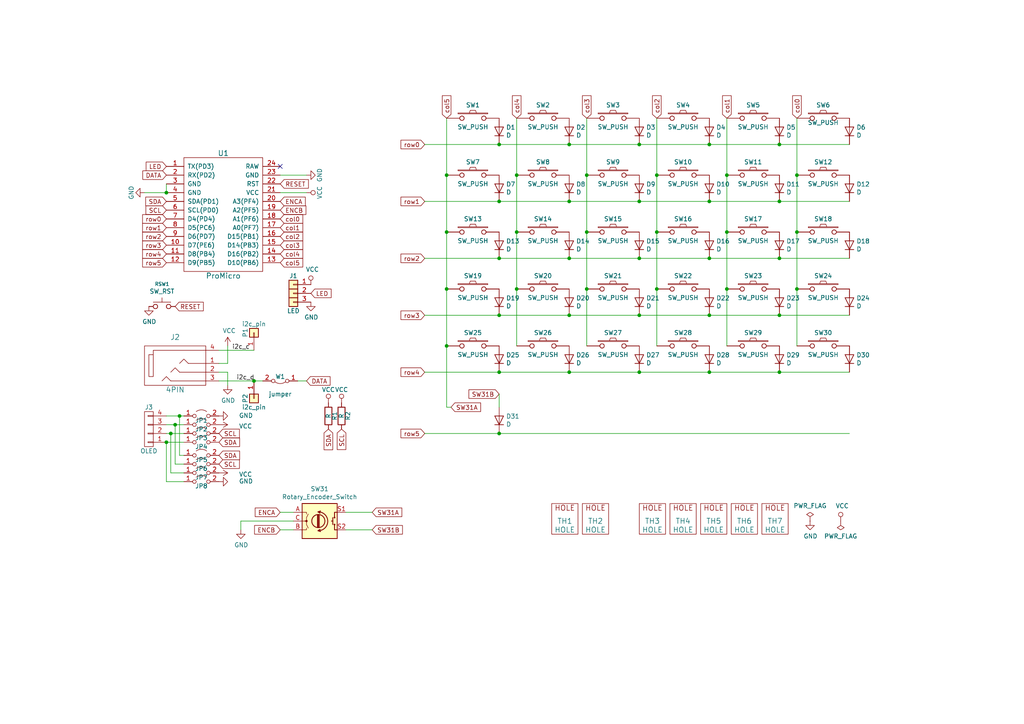
<source format=kicad_sch>
(kicad_sch (version 20210621) (generator eeschema)
  (paper "A4")
  (lib_symbols
    (symbol "Device:Rotary_Encoder_Switch" (pin_names (offset 0.254) hide)
      (property "Reference" "SW" (at 0 6.604 0))
      (property "Value" "Rotary_Encoder_Switch" (at 0 -6.604 0))
      (symbol "Rotary_Encoder_Switch_1_1"
        (pin passive line (at -7.62 2.54 0) (length 2.54) (name "A") (number "A"))
        (pin passive line (at -7.62 -2.54 0) (length 2.54) (name "B") (number "B"))
        (pin passive line (at -7.62 0 0) (length 2.54) (name "C") (number "C"))
        (pin passive line (at 7.62 2.54 180) (length 2.54) (name "S1") (number "S1"))
        (pin passive line (at 7.62 -2.54 180) (length 2.54) (name "S2") (number "S2"))
      )
    )
    (symbol "Jumper:Jumper_2_Bridged" (pin_names (offset 0) hide)
      (property "Reference" "JP" (at 0 1.905 0))
      (property "Value" "Jumper_2_Bridged" (at 0 -2.54 0))
      (symbol "Jumper_2_Bridged_1_1"
        (pin passive line (at -5.08 0 0) (length 2.54) (name "A") (number "1"))
        (pin passive line (at 5.08 0 180) (length 2.54) (name "B") (number "2"))
      )
    )
    (symbol "Jumper:Jumper_2_Open" (pin_names (offset 0) hide)
      (property "Reference" "JP" (at 0 2.794 0))
      (property "Value" "Jumper_2_Open" (at 0 -2.286 0))
      (symbol "Jumper_2_Open_1_1"
        (pin passive line (at -5.08 0 0) (length 2.54) (name "A") (number "1"))
        (pin passive line (at 5.08 0 180) (length 2.54) (name "B") (number "2"))
      )
    )
    (symbol "SofleKeyboard-rescue:D-Lily58-cache-Lily58_Pro-rescue" (pin_numbers hide) (pin_names (offset 1.016) hide)
      (property "Reference" "D" (at 0 2.54 0))
      (property "Value" "D-Lily58-cache-Lily58_Pro-rescue" (at 0 -2.54 0))
      (symbol "D-Lily58-cache-Lily58_Pro-rescue_1_1"
        (pin passive line (at -3.81 0 0) (length 2.54) (name "K") (number "1"))
        (pin passive line (at 3.81 0 180) (length 2.54) (name "A") (number "2"))
      )
    )
    (symbol "SofleKeyboard-rescue:GND-Lily58-cache-Lily58_Pro-rescue" (power) (pin_names (offset 0))
      (property "Value" "GND-Lily58-cache-Lily58_Pro-rescue" (at 0 -3.81 0))
      (symbol "GND-Lily58-cache-Lily58_Pro-rescue_1_1"
        (pin power_in line (at 0 0 0) (length 0) hide (name "GND") (number "1"))
      )
    )
    (symbol "SofleKeyboard-rescue:HOLE-Lily58-cache-Lily58_Pro-rescue" (pin_names (offset 1.016))
      (property "Reference" "U" (at 0 0 0))
      (property "Value" "HOLE-Lily58-cache-Lily58_Pro-rescue" (at 0 -5.08 0))
      (symbol "HOLE-Lily58-cache-Lily58_Pro-rescue_0_0"
        (text "HOLE" (at 0 3.81 0) (effects (font (size 1.524 1.524))))
      )
    )
    (symbol "SofleKeyboard-rescue:LED-Lily58-cache-Lily58_Pro-rescue" (pin_names (offset 1.016) hide)
      (property "Reference" "J" (at 0 5.08 0))
      (property "Value" "LED-Lily58-cache-Lily58_Pro-rescue" (at 0 -5.08 0))
      (symbol "LED-Lily58-cache-Lily58_Pro-rescue_1_1"
        (pin passive line (at 5.08 2.54 180) (length 3.81) (name "Pin_1") (number "1"))
        (pin passive line (at 5.08 0 180) (length 3.81) (name "Pin_2") (number "2"))
        (pin passive line (at 5.08 -2.54 180) (length 3.81) (name "Pin_3") (number "3"))
      )
    )
    (symbol "SofleKeyboard-rescue:MJ-4PP-9-Lily58-cache-Lily58_Pro-rescue" (pin_names (offset 1.016))
      (property "Reference" "J" (at -8.89 -7.62 0))
      (property "Value" "MJ-4PP-9-Lily58-cache-Lily58_Pro-rescue" (at -3.81 6.35 0))
      (symbol "MJ-4PP-9-Lily58-cache-Lily58_Pro-rescue_1_1"
        (pin passive line (at 11.43 0 180) (length 3.81) (name "~") (number "1"))
        (pin passive line (at 11.43 -2.54 180) (length 3.81) (name "~") (number "2"))
        (pin passive line (at 11.43 -5.08 180) (length 3.81) (name "~") (number "3"))
        (pin passive line (at 11.43 3.81 180) (length 3.81) (name "~") (number "4"))
      )
    )
    (symbol "SofleKeyboard-rescue:OLED-Lily58-cache-Lily58_Pro-rescue" (pin_names (offset 1.016) hide)
      (property "Reference" "J" (at 0 6.35 0))
      (property "Value" "OLED-Lily58-cache-Lily58_Pro-rescue" (at 2.54 0 90))
      (symbol "OLED-Lily58-cache-Lily58_Pro-rescue_1_1"
        (pin passive line (at -5.08 3.81 0) (length 3.81) (name "P1") (number "1"))
        (pin passive line (at -5.08 1.27 0) (length 3.81) (name "P2") (number "2"))
        (pin passive line (at -5.08 -1.27 0) (length 3.81) (name "P3") (number "3"))
        (pin passive line (at -5.08 -3.81 0) (length 3.81) (name "P4") (number "4"))
      )
    )
    (symbol "SofleKeyboard-rescue:PWR_FLAG-Lily58-cache-Lily58_Pro-rescue" (power) (pin_numbers hide) (pin_names (offset 0) hide)
      (property "Value" "PWR_FLAG-Lily58-cache-Lily58_Pro-rescue" (at 0 3.81 0))
      (symbol "PWR_FLAG-Lily58-cache-Lily58_Pro-rescue_0_0"
        (pin power_out line (at 0 0 90) (length 0) (name "pwr") (number "1"))
      )
    )
    (symbol "SofleKeyboard-rescue:ProMicro_2-Lily58-cache-Lily58_Pro-rescue" (pin_names (offset 1.016))
      (property "Reference" "U" (at 0 17.78 0))
      (property "Value" "ProMicro_2-Lily58-cache-Lily58_Pro-rescue" (at 0 -17.78 0))
      (symbol "ProMicro_2-Lily58-cache-Lily58_Pro-rescue_1_1"
        (pin input line (at -16.51 13.97 0) (length 5.08) (name "TX(PD3)") (number "1"))
        (pin input line (at -16.51 -8.89 0) (length 5.08) (name "D7(PE6)") (number "10"))
        (pin input line (at -16.51 -11.43 0) (length 5.08) (name "D8(PB4)") (number "11"))
        (pin input line (at -16.51 -13.97 0) (length 5.08) (name "D9(PB5)") (number "12"))
        (pin input line (at 16.51 -13.97 180) (length 5.08) (name "D10(PB6)") (number "13"))
        (pin input line (at 16.51 -11.43 180) (length 5.08) (name "D16(PB2)") (number "14"))
        (pin input line (at 16.51 -8.89 180) (length 5.08) (name "D14(PB3)") (number "15"))
        (pin input line (at 16.51 -6.35 180) (length 5.08) (name "D15(PB1)") (number "16"))
        (pin input line (at 16.51 -3.81 180) (length 5.08) (name "A0(PF7)") (number "17"))
        (pin input line (at 16.51 -1.27 180) (length 5.08) (name "A1(PF6)") (number "18"))
        (pin input line (at 16.51 1.27 180) (length 5.08) (name "A2(PF5)") (number "19"))
        (pin input line (at -16.51 11.43 0) (length 5.08) (name "RX(PD2)") (number "2"))
        (pin input line (at 16.51 3.81 180) (length 5.08) (name "A3(PF4)") (number "20"))
        (pin input line (at 16.51 6.35 180) (length 5.08) (name "VCC") (number "21"))
        (pin input line (at 16.51 8.89 180) (length 5.08) (name "RST") (number "22"))
        (pin input line (at 16.51 11.43 180) (length 5.08) (name "GND") (number "23"))
        (pin input line (at 16.51 13.97 180) (length 5.08) (name "RAW") (number "24"))
        (pin input line (at -16.51 8.89 0) (length 5.08) (name "GND") (number "3"))
        (pin input line (at -16.51 6.35 0) (length 5.08) (name "GND") (number "4"))
        (pin input line (at -16.51 3.81 0) (length 5.08) (name "SDA(PD1)") (number "5"))
        (pin input line (at -16.51 1.27 0) (length 5.08) (name "SCL(PD0)") (number "6"))
        (pin input line (at -16.51 -1.27 0) (length 5.08) (name "D4(PD4)") (number "7"))
        (pin input line (at -16.51 -3.81 0) (length 5.08) (name "D5(PC6)") (number "8"))
        (pin input line (at -16.51 -6.35 0) (length 5.08) (name "D6(PD7)") (number "9"))
      )
    )
    (symbol "SofleKeyboard-rescue:R-Lily58-cache-Lily58_Pro-rescue" (pin_numbers hide) (pin_names (offset 0))
      (property "Reference" "R" (at 0 0 90))
      (property "Value" "R-Lily58-cache-Lily58_Pro-rescue" (at -2.54 0 90))
      (symbol "R-Lily58-cache-Lily58_Pro-rescue_1_1"
        (pin passive line (at 0 3.81 270) (length 1.27) (name "~") (number "1"))
        (pin passive line (at 0 -3.81 90) (length 1.27) (name "~") (number "2"))
      )
    )
    (symbol "SofleKeyboard-rescue:SW_PUSH-Lily58-cache-Lily58_Pro-rescue" (pin_numbers hide) (pin_names (offset 1.016) hide)
      (property "Reference" "SW" (at 3.81 2.794 0))
      (property "Value" "SW_PUSH-Lily58-cache-Lily58_Pro-rescue" (at 0 -2.032 0))
      (symbol "SW_PUSH-Lily58-cache-Lily58_Pro-rescue_0_1"
        (pin passive inverted (at -7.62 0 0) (length 5.08) (name "1") (number "1"))
        (pin passive inverted (at 7.62 0 180) (length 5.08) (name "2") (number "2"))
      )
    )
    (symbol "SofleKeyboard-rescue:SW_RST-Lily58-cache-Lily58_Pro-rescue" (pin_numbers hide) (pin_names (offset 1.016) hide)
      (property "Reference" "RSW" (at 2.54 2.54 0))
      (property "Value" "SW_RST-Lily58-cache-Lily58_Pro-rescue" (at 0 -2.54 0))
      (symbol "SW_RST-Lily58-cache-Lily58_Pro-rescue_0_1"
        (pin passive inverted (at -3.81 0 0) (length 2.54) (name "1") (number "1"))
        (pin passive inverted (at 3.81 0 180) (length 2.54) (name "2") (number "2"))
      )
    )
    (symbol "SofleKeyboard-rescue:VCC-Lily58-cache-Lily58_Pro-rescue" (power) (pin_names (offset 0))
      (property "Value" "VCC-Lily58-cache-Lily58_Pro-rescue" (at 0 3.81 0))
      (symbol "VCC-Lily58-cache-Lily58_Pro-rescue_1_1"
        (pin power_in line (at 0 0 90) (length 0) hide (name "VCC") (number "1"))
      )
    )
    (symbol "SofleKeyboard-rescue:i2c_pin-Lily58-cache-Lily58_Pro-rescue" (pin_names (offset 1.016) hide)
      (property "Reference" "J" (at 0 2.54 0))
      (property "Value" "i2c_pin-Lily58-cache-Lily58_Pro-rescue" (at 0 -2.54 0))
      (symbol "i2c_pin-Lily58-cache-Lily58_Pro-rescue_1_1"
        (pin passive line (at -5.08 0 0) (length 3.81) (name "Pin_1") (number "1"))
      )
    )
    (symbol "power:GND" (power) (pin_names (offset 0))
      (property "Value" "GND" (at 0 -3.81 0))
      (symbol "GND_1_1"
        (pin power_in line (at 0 0 270) (length 0) hide (name "GND") (number "1"))
      )
    )
    (symbol "power:VCC" (power) (pin_names (offset 0))
      (property "Value" "VCC" (at 0 3.81 0))
      (symbol "VCC_1_1"
        (pin power_in line (at 0 0 90) (length 0) hide (name "VCC") (number "1"))
      )
    )
  )
  (junction (at 48.26 55.88) (diameter 0.9144))
  (junction (at 48.26 128.27) (diameter 0.9144))
  (junction (at 49.53 125.73) (diameter 0.9144))
  (junction (at 50.8 123.19) (diameter 0.9144))
  (junction (at 52.07 120.65) (diameter 0.9144))
  (junction (at 73.66 110.49) (diameter 0.9144))
  (junction (at 129.54 50.8) (diameter 0.9144))
  (junction (at 129.54 67.31) (diameter 0.9144))
  (junction (at 129.54 83.82) (diameter 0.9144))
  (junction (at 129.54 100.33) (diameter 0.9144))
  (junction (at 144.78 41.91) (diameter 0.9144))
  (junction (at 144.78 58.42) (diameter 0.9144))
  (junction (at 144.78 74.93) (diameter 0.9144))
  (junction (at 144.78 91.44) (diameter 0.9144))
  (junction (at 144.78 107.95) (diameter 0.9144))
  (junction (at 144.78 125.73) (diameter 0.9144))
  (junction (at 149.86 50.8) (diameter 0.9144))
  (junction (at 149.86 67.31) (diameter 0.9144))
  (junction (at 149.86 83.82) (diameter 0.9144))
  (junction (at 165.1 41.91) (diameter 0.9144))
  (junction (at 165.1 58.42) (diameter 0.9144))
  (junction (at 165.1 74.93) (diameter 0.9144))
  (junction (at 165.1 91.44) (diameter 0.9144))
  (junction (at 165.1 107.95) (diameter 0.9144))
  (junction (at 170.18 50.8) (diameter 0.9144))
  (junction (at 170.18 67.31) (diameter 0.9144))
  (junction (at 170.18 83.82) (diameter 0.9144))
  (junction (at 185.42 41.91) (diameter 0.9144))
  (junction (at 185.42 58.42) (diameter 0.9144))
  (junction (at 185.42 74.93) (diameter 0.9144))
  (junction (at 185.42 91.44) (diameter 0.9144))
  (junction (at 185.42 107.95) (diameter 0.9144))
  (junction (at 190.5 50.8) (diameter 0.9144))
  (junction (at 190.5 67.31) (diameter 0.9144))
  (junction (at 190.5 83.82) (diameter 0.9144))
  (junction (at 205.74 41.91) (diameter 0.9144))
  (junction (at 205.74 58.42) (diameter 0.9144))
  (junction (at 205.74 74.93) (diameter 0.9144))
  (junction (at 205.74 91.44) (diameter 0.9144))
  (junction (at 205.74 107.95) (diameter 0.9144))
  (junction (at 210.82 50.8) (diameter 0.9144))
  (junction (at 210.82 67.31) (diameter 0.9144))
  (junction (at 210.82 83.82) (diameter 0.9144))
  (junction (at 226.06 41.91) (diameter 0.9144))
  (junction (at 226.06 58.42) (diameter 0.9144))
  (junction (at 226.06 74.93) (diameter 0.9144))
  (junction (at 226.06 91.44) (diameter 0.9144))
  (junction (at 226.06 107.95) (diameter 0.9144))
  (junction (at 231.14 50.8) (diameter 0.9144))
  (junction (at 231.14 67.31) (diameter 0.9144))
  (junction (at 231.14 83.82) (diameter 0.9144))
  (no_connect (at 81.28 48.26))
  (wire (pts (xy 48.26 53.34) (xy 48.26 55.88)))
  (wire (pts (xy 48.26 55.88) (xy 41.91 55.88)))
  (wire (pts (xy 48.26 120.65) (xy 52.07 120.65)))
  (wire (pts (xy 48.26 123.19) (xy 50.8 123.19)))
  (wire (pts (xy 48.26 125.73) (xy 49.53 125.73)))
  (wire (pts (xy 48.26 128.27) (xy 48.26 139.7)))
  (wire (pts (xy 48.26 139.7) (xy 53.34 139.7)))
  (wire (pts (xy 49.53 125.73) (xy 49.53 137.16)))
  (wire (pts (xy 49.53 125.73) (xy 53.34 125.73)))
  (wire (pts (xy 49.53 137.16) (xy 53.34 137.16)))
  (wire (pts (xy 50.8 123.19) (xy 50.8 134.62)))
  (wire (pts (xy 50.8 123.19) (xy 53.34 123.19)))
  (wire (pts (xy 50.8 134.62) (xy 53.34 134.62)))
  (wire (pts (xy 52.07 120.65) (xy 52.07 132.08)))
  (wire (pts (xy 52.07 120.65) (xy 53.34 120.65)))
  (wire (pts (xy 52.07 132.08) (xy 53.34 132.08)))
  (wire (pts (xy 53.34 128.27) (xy 48.26 128.27)))
  (wire (pts (xy 63.5 101.6) (xy 73.66 101.6)))
  (wire (pts (xy 63.5 107.95) (xy 66.04 107.95)))
  (wire (pts (xy 63.5 110.49) (xy 73.66 110.49)))
  (wire (pts (xy 66.04 100.33) (xy 66.04 105.41)))
  (wire (pts (xy 66.04 105.41) (xy 63.5 105.41)))
  (wire (pts (xy 66.04 107.95) (xy 66.04 111.76)))
  (wire (pts (xy 69.85 151.13) (xy 69.85 153.67)))
  (wire (pts (xy 73.66 110.49) (xy 76.2 110.49)))
  (wire (pts (xy 81.28 50.8) (xy 88.9 50.8)))
  (wire (pts (xy 81.28 55.88) (xy 88.9 55.88)))
  (wire (pts (xy 81.28 148.59) (xy 85.09 148.59)))
  (wire (pts (xy 81.28 153.67) (xy 85.09 153.67)))
  (wire (pts (xy 85.09 151.13) (xy 69.85 151.13)))
  (wire (pts (xy 86.36 110.49) (xy 88.9 110.49)))
  (wire (pts (xy 100.33 148.59) (xy 107.95 148.59)))
  (wire (pts (xy 100.33 153.67) (xy 107.95 153.67)))
  (wire (pts (xy 123.19 107.95) (xy 144.78 107.95)))
  (wire (pts (xy 123.19 125.73) (xy 144.78 125.73)))
  (wire (pts (xy 129.54 34.29) (xy 129.54 50.8)))
  (wire (pts (xy 129.54 50.8) (xy 129.54 67.31)))
  (wire (pts (xy 129.54 67.31) (xy 129.54 83.82)))
  (wire (pts (xy 129.54 83.82) (xy 129.54 100.33)))
  (wire (pts (xy 129.54 100.33) (xy 129.54 118.11)))
  (wire (pts (xy 129.54 118.11) (xy 130.81 118.11)))
  (wire (pts (xy 144.78 41.91) (xy 123.19 41.91)))
  (wire (pts (xy 144.78 58.42) (xy 123.19 58.42)))
  (wire (pts (xy 144.78 74.93) (xy 123.19 74.93)))
  (wire (pts (xy 144.78 91.44) (xy 123.19 91.44)))
  (wire (pts (xy 144.78 107.95) (xy 165.1 107.95)))
  (wire (pts (xy 144.78 114.3) (xy 144.78 118.11)))
  (wire (pts (xy 144.78 125.73) (xy 246.38 125.73)))
  (wire (pts (xy 149.86 34.29) (xy 149.86 50.8)))
  (wire (pts (xy 149.86 50.8) (xy 149.86 67.31)))
  (wire (pts (xy 149.86 67.31) (xy 149.86 83.82)))
  (wire (pts (xy 149.86 83.82) (xy 149.86 100.33)))
  (wire (pts (xy 165.1 41.91) (xy 144.78 41.91)))
  (wire (pts (xy 165.1 41.91) (xy 185.42 41.91)))
  (wire (pts (xy 165.1 58.42) (xy 144.78 58.42)))
  (wire (pts (xy 165.1 58.42) (xy 185.42 58.42)))
  (wire (pts (xy 165.1 74.93) (xy 144.78 74.93)))
  (wire (pts (xy 165.1 74.93) (xy 185.42 74.93)))
  (wire (pts (xy 165.1 91.44) (xy 144.78 91.44)))
  (wire (pts (xy 165.1 91.44) (xy 185.42 91.44)))
  (wire (pts (xy 165.1 107.95) (xy 185.42 107.95)))
  (wire (pts (xy 170.18 34.29) (xy 170.18 50.8)))
  (wire (pts (xy 170.18 50.8) (xy 170.18 67.31)))
  (wire (pts (xy 170.18 67.31) (xy 170.18 83.82)))
  (wire (pts (xy 170.18 83.82) (xy 170.18 100.33)))
  (wire (pts (xy 185.42 41.91) (xy 205.74 41.91)))
  (wire (pts (xy 185.42 58.42) (xy 205.74 58.42)))
  (wire (pts (xy 185.42 74.93) (xy 205.74 74.93)))
  (wire (pts (xy 185.42 91.44) (xy 205.74 91.44)))
  (wire (pts (xy 185.42 107.95) (xy 205.74 107.95)))
  (wire (pts (xy 190.5 34.29) (xy 190.5 50.8)))
  (wire (pts (xy 190.5 50.8) (xy 190.5 67.31)))
  (wire (pts (xy 190.5 67.31) (xy 190.5 83.82)))
  (wire (pts (xy 190.5 83.82) (xy 190.5 100.33)))
  (wire (pts (xy 205.74 58.42) (xy 226.06 58.42)))
  (wire (pts (xy 205.74 74.93) (xy 226.06 74.93)))
  (wire (pts (xy 205.74 91.44) (xy 226.06 91.44)))
  (wire (pts (xy 205.74 107.95) (xy 226.06 107.95)))
  (wire (pts (xy 210.82 34.29) (xy 210.82 50.8)))
  (wire (pts (xy 210.82 50.8) (xy 210.82 67.31)))
  (wire (pts (xy 210.82 83.82) (xy 210.82 67.31)))
  (wire (pts (xy 210.82 83.82) (xy 210.82 100.33)))
  (wire (pts (xy 226.06 41.91) (xy 205.74 41.91)))
  (wire (pts (xy 226.06 41.91) (xy 246.38 41.91)))
  (wire (pts (xy 226.06 58.42) (xy 246.38 58.42)))
  (wire (pts (xy 226.06 74.93) (xy 246.38 74.93)))
  (wire (pts (xy 226.06 91.44) (xy 246.38 91.44)))
  (wire (pts (xy 226.06 107.95) (xy 246.38 107.95)))
  (wire (pts (xy 231.14 50.8) (xy 231.14 34.29)))
  (wire (pts (xy 231.14 67.31) (xy 231.14 50.8)))
  (wire (pts (xy 231.14 67.31) (xy 231.14 83.82)))
  (wire (pts (xy 231.14 83.82) (xy 231.14 100.33)))
  (label "i2c_c" (at 67.31 101.6 0))
  (label "i2c_d" (at 68.58 110.49 0))
  (global_label "LED" (shape input) (at 48.26 48.26 180) (property "Intersheet References" "${INTERSHEET_REFS}" (effects hide)))
  (global_label "DATA" (shape input) (at 48.26 50.8 180) (property "Intersheet References" "${INTERSHEET_REFS}" (effects hide)))
  (global_label "SDA" (shape input) (at 48.26 58.42 180) (property "Intersheet References" "${INTERSHEET_REFS}" (effects hide)))
  (global_label "SCL" (shape input) (at 48.26 60.96 180) (property "Intersheet References" "${INTERSHEET_REFS}" (effects hide)))
  (global_label "row0" (shape input) (at 48.26 63.5 180) (property "Intersheet References" "${INTERSHEET_REFS}" (effects hide)))
  (global_label "row1" (shape input) (at 48.26 66.04 180) (property "Intersheet References" "${INTERSHEET_REFS}" (effects hide)))
  (global_label "row2" (shape input) (at 48.26 68.58 180) (property "Intersheet References" "${INTERSHEET_REFS}" (effects hide)))
  (global_label "row3" (shape input) (at 48.26 71.12 180) (property "Intersheet References" "${INTERSHEET_REFS}" (effects hide)))
  (global_label "row4" (shape input) (at 48.26 73.66 180) (property "Intersheet References" "${INTERSHEET_REFS}" (effects hide)))
  (global_label "row5" (shape input) (at 48.26 76.2 180) (property "Intersheet References" "${INTERSHEET_REFS}" (effects hide)))
  (global_label "RESET" (shape input) (at 50.8 88.9 0) (property "Intersheet References" "${INTERSHEET_REFS}" (effects hide)))
  (global_label "SCL" (shape input) (at 63.5 125.73 0) (property "Intersheet References" "${INTERSHEET_REFS}" (effects hide)))
  (global_label "SDA" (shape input) (at 63.5 128.27 0) (property "Intersheet References" "${INTERSHEET_REFS}" (effects hide)))
  (global_label "SDA" (shape input) (at 63.5 132.08 0) (property "Intersheet References" "${INTERSHEET_REFS}" (effects hide)))
  (global_label "SCL" (shape input) (at 63.5 134.62 0) (property "Intersheet References" "${INTERSHEET_REFS}" (effects hide)))
  (global_label "RESET" (shape input) (at 81.28 53.34 0) (property "Intersheet References" "${INTERSHEET_REFS}" (effects hide)))
  (global_label "ENCA" (shape input) (at 81.28 58.42 0) (property "Intersheet References" "${INTERSHEET_REFS}" (effects hide)))
  (global_label "ENCB" (shape input) (at 81.28 60.96 0) (property "Intersheet References" "${INTERSHEET_REFS}" (effects hide)))
  (global_label "col0" (shape input) (at 81.28 63.5 0) (property "Intersheet References" "${INTERSHEET_REFS}" (effects hide)))
  (global_label "col1" (shape input) (at 81.28 66.04 0) (property "Intersheet References" "${INTERSHEET_REFS}" (effects hide)))
  (global_label "col2" (shape input) (at 81.28 68.58 0) (property "Intersheet References" "${INTERSHEET_REFS}" (effects hide)))
  (global_label "col3" (shape input) (at 81.28 71.12 0) (property "Intersheet References" "${INTERSHEET_REFS}" (effects hide)))
  (global_label "col4" (shape input) (at 81.28 73.66 0) (property "Intersheet References" "${INTERSHEET_REFS}" (effects hide)))
  (global_label "col5" (shape input) (at 81.28 76.2 0) (property "Intersheet References" "${INTERSHEET_REFS}" (effects hide)))
  (global_label "ENCA" (shape input) (at 81.28 148.59 180) (property "Intersheet References" "${INTERSHEET_REFS}" (effects hide)))
  (global_label "ENCB" (shape input) (at 81.28 153.67 180) (property "Intersheet References" "${INTERSHEET_REFS}" (effects hide)))
  (global_label "DATA" (shape input) (at 88.9 110.49 0) (property "Intersheet References" "${INTERSHEET_REFS}" (effects hide)))
  (global_label "LED" (shape input) (at 90.17 85.09 0) (property "Intersheet References" "${INTERSHEET_REFS}" (effects hide)))
  (global_label "SDA" (shape input) (at 95.25 124.46 270) (property "Intersheet References" "${INTERSHEET_REFS}" (effects hide)))
  (global_label "SCL" (shape input) (at 99.06 124.46 270) (property "Intersheet References" "${INTERSHEET_REFS}" (effects hide)))
  (global_label "SW31A" (shape input) (at 107.95 148.59 0) (property "Intersheet References" "${INTERSHEET_REFS}" (effects hide)))
  (global_label "SW31B" (shape input) (at 107.95 153.67 0) (property "Intersheet References" "${INTERSHEET_REFS}" (effects hide)))
  (global_label "row0" (shape input) (at 123.19 41.91 180) (property "Intersheet References" "${INTERSHEET_REFS}" (effects hide)))
  (global_label "row1" (shape input) (at 123.19 58.42 180) (property "Intersheet References" "${INTERSHEET_REFS}" (effects hide)))
  (global_label "row2" (shape input) (at 123.19 74.93 180) (property "Intersheet References" "${INTERSHEET_REFS}" (effects hide)))
  (global_label "row3" (shape input) (at 123.19 91.44 180) (property "Intersheet References" "${INTERSHEET_REFS}" (effects hide)))
  (global_label "row4" (shape input) (at 123.19 107.95 180) (property "Intersheet References" "${INTERSHEET_REFS}" (effects hide)))
  (global_label "row5" (shape input) (at 123.19 125.73 180) (property "Intersheet References" "${INTERSHEET_REFS}" (effects hide)))
  (global_label "col5" (shape input) (at 129.54 34.29 90) (property "Intersheet References" "${INTERSHEET_REFS}" (effects hide)))
  (global_label "SW31A" (shape input) (at 130.81 118.11 0) (property "Intersheet References" "${INTERSHEET_REFS}" (effects hide)))
  (global_label "SW31B" (shape input) (at 144.78 114.3 180) (property "Intersheet References" "${INTERSHEET_REFS}" (effects hide)))
  (global_label "col4" (shape input) (at 149.86 34.29 90) (property "Intersheet References" "${INTERSHEET_REFS}" (effects hide)))
  (global_label "col3" (shape input) (at 170.18 34.29 90) (property "Intersheet References" "${INTERSHEET_REFS}" (effects hide)))
  (global_label "col2" (shape input) (at 190.5 34.29 90) (property "Intersheet References" "${INTERSHEET_REFS}" (effects hide)))
  (global_label "col1" (shape input) (at 210.82 34.29 90) (property "Intersheet References" "${INTERSHEET_REFS}" (effects hide)))
  (global_label "col0" (shape input) (at 231.14 34.29 90) (property "Intersheet References" "${INTERSHEET_REFS}" (effects hide)))
  (symbol (lib_id "SofleKeyboard-rescue:VCC-Lily58-cache-Lily58_Pro-rescue") (at 88.9 55.88 270) (unit 1)
    (property "Reference" "#PWR03" (effects hide))
    (property "Value" "VCC" (at 92.71 55.88 0))
  )
  (symbol (lib_id "SofleKeyboard-rescue:VCC-Lily58-cache-Lily58_Pro-rescue") (at 90.17 82.55 0) (unit 1)
    (property "Reference" "#PWR04" (effects hide))
    (property "Value" "VCC" (at 90.6018 78.1558 0))
  )
  (symbol (lib_id "SofleKeyboard-rescue:VCC-Lily58-cache-Lily58_Pro-rescue") (at 95.25 116.84 0) (unit 1)
    (property "Reference" "#PWR09" (effects hide))
    (property "Value" "VCC" (at 95.25 113.03 0))
  )
  (symbol (lib_id "SofleKeyboard-rescue:VCC-Lily58-cache-Lily58_Pro-rescue") (at 99.06 116.84 0) (unit 1)
    (property "Reference" "#PWR010" (effects hide))
    (property "Value" "VCC" (at 99.06 113.03 0))
  )
  (symbol (lib_id "SofleKeyboard-rescue:VCC-Lily58-cache-Lily58_Pro-rescue") (at 243.84 151.13 0) (unit 1)
    (property "Reference" "#PWR016" (effects hide))
    (property "Value" "VCC" (at 244.2718 146.7358 0))
  )
  (symbol (lib_id "power:VCC") (at 63.5 123.19 270) (unit 1)
    (property "Reference" "#PWR012" (effects hide))
    (property "Value" "VCC" (at 69.2912 123.6218 90) (effects (justify left)))
  )
  (symbol (lib_id "power:VCC") (at 63.5 137.16 270) (unit 1)
    (property "Reference" "#PWR013" (effects hide))
    (property "Value" "VCC" (at 69.2912 137.5918 90) (effects (justify left)))
  )
  (symbol (lib_id "power:VCC") (at 66.04 100.33 0) (unit 1)
    (property "Reference" "#PWR07" (effects hide))
    (property "Value" "VCC" (at 66.4718 95.9358 0))
  )
  (symbol (lib_id "SofleKeyboard-rescue:PWR_FLAG-Lily58-cache-Lily58_Pro-rescue") (at 234.95 151.13 0) (unit 1)
    (property "Reference" "#FLG01" (effects hide))
    (property "Value" "PWR_FLAG" (at 234.95 146.7104 0))
  )
  (symbol (lib_id "SofleKeyboard-rescue:PWR_FLAG-Lily58-cache-Lily58_Pro-rescue") (at 243.84 151.13 180) (unit 1)
    (property "Reference" "#FLG02" (effects hide))
    (property "Value" "PWR_FLAG" (at 243.84 155.5242 0))
  )
  (symbol (lib_id "SofleKeyboard-rescue:GND-Lily58-cache-Lily58_Pro-rescue") (at 41.91 55.88 270) (unit 1)
    (property "Reference" "#PWR02" (effects hide))
    (property "Value" "GND" (at 38.1 55.88 0))
  )
  (symbol (lib_id "SofleKeyboard-rescue:GND-Lily58-cache-Lily58_Pro-rescue") (at 43.18 88.9 0) (unit 1)
    (property "Reference" "#PWR06" (effects hide))
    (property "Value" "GND" (at 43.307 93.2942 0))
  )
  (symbol (lib_id "power:GND") (at 63.5 120.65 90) (unit 1)
    (property "Reference" "#PWR011" (effects hide))
    (property "Value" "GND" (at 69.2912 120.523 90) (effects (justify right)))
  )
  (symbol (lib_id "power:GND") (at 63.5 139.7 90) (unit 1)
    (property "Reference" "#PWR014" (effects hide))
    (property "Value" "GND" (at 69.2912 139.573 90) (effects (justify right)))
  )
  (symbol (lib_id "power:GND") (at 66.04 111.76 0) (unit 1)
    (property "Reference" "#PWR08" (effects hide))
    (property "Value" "GND" (at 66.167 116.1542 0))
  )
  (symbol (lib_id "power:GND") (at 69.85 153.67 0) (unit 1)
    (property "Reference" "#PWR017" (effects hide))
    (property "Value" "GND" (at 69.977 158.0642 0))
  )
  (symbol (lib_id "SofleKeyboard-rescue:GND-Lily58-cache-Lily58_Pro-rescue") (at 88.9 50.8 90) (unit 1)
    (property "Reference" "#PWR01" (effects hide))
    (property "Value" "GND" (at 92.71 50.8 0))
  )
  (symbol (lib_id "SofleKeyboard-rescue:GND-Lily58-cache-Lily58_Pro-rescue") (at 90.17 87.63 0) (unit 1)
    (property "Reference" "#PWR05" (effects hide))
    (property "Value" "GND" (at 90.297 92.0242 0))
  )
  (symbol (lib_id "SofleKeyboard-rescue:GND-Lily58-cache-Lily58_Pro-rescue") (at 234.95 151.13 0) (unit 1)
    (property "Reference" "#PWR015" (effects hide))
    (property "Value" "GND" (at 235.077 155.5242 0))
  )
  (symbol (lib_id "Jumper:Jumper_2_Bridged") (at 81.28 110.49 180) (unit 1)
    (property "Reference" "W1" (at 81.28 109.22 0))
    (property "Value" "jumper" (at 81.28 114.3 0))
    (property "Footprint" "SofleKeyboard-footprint:jumper_data" (effects hide))
  )
  (symbol (lib_id "SofleKeyboard-rescue:i2c_pin-Lily58-cache-Lily58_Pro-rescue") (at 73.66 96.52 90) (unit 1)
    (property "Reference" "P1" (at 71.12 96.52 0))
    (property "Value" "i2c_pin" (at 73.66 93.98 90))
    (property "Footprint" "SofleKeyboard-footprint:1pin_conn" (effects hide))
  )
  (symbol (lib_id "SofleKeyboard-rescue:i2c_pin-Lily58-cache-Lily58_Pro-rescue") (at 73.66 115.57 270) (unit 1)
    (property "Reference" "P2" (at 71.12 115.57 0))
    (property "Value" "i2c_pin" (at 73.66 118.11 90))
    (property "Footprint" "SofleKeyboard-footprint:1pin_conn" (effects hide))
  )
  (symbol (lib_id "SofleKeyboard-rescue:R-Lily58-cache-Lily58_Pro-rescue") (at 95.25 120.65 0) (unit 1)
    (property "Reference" "R1" (at 97.79 120.65 90) (effects (justify bottom)))
    (property "Value" "R" (at 95.25 120.65 90))
    (property "Footprint" "SofleKeyboard-footprint:RESISTOR_mini" (effects hide))
  )
  (symbol (lib_id "SofleKeyboard-rescue:R-Lily58-cache-Lily58_Pro-rescue") (at 99.06 120.65 0) (unit 1)
    (property "Reference" "R2" (at 101.6 120.65 90) (effects (justify bottom)))
    (property "Value" "R" (at 99.06 120.65 90))
    (property "Footprint" "SofleKeyboard-footprint:RESISTOR_mini" (effects hide))
  )
  (symbol (lib_id "SofleKeyboard-rescue:D-Lily58-cache-Lily58_Pro-rescue") (at 144.78 38.1 90) (unit 1)
    (property "Reference" "D1" (at 146.7866 36.9316 90) (effects (justify right)))
    (property "Value" "D" (at 146.7866 39.243 90) (effects (justify right)))
    (property "Footprint" "SofleKeyboard-footprint:Diode_SOD123" (effects hide))
  )
  (symbol (lib_id "SofleKeyboard-rescue:D-Lily58-cache-Lily58_Pro-rescue") (at 144.78 54.61 90) (unit 1)
    (property "Reference" "D7" (at 146.7866 53.4416 90) (effects (justify right)))
    (property "Value" "D" (at 146.7866 55.753 90) (effects (justify right)))
    (property "Footprint" "SofleKeyboard-footprint:Diode_SOD123" (effects hide))
  )
  (symbol (lib_id "SofleKeyboard-rescue:D-Lily58-cache-Lily58_Pro-rescue") (at 144.78 71.12 90) (unit 1)
    (property "Reference" "D13" (at 146.7866 69.9516 90) (effects (justify right)))
    (property "Value" "D" (at 146.7866 72.263 90) (effects (justify right)))
    (property "Footprint" "SofleKeyboard-footprint:Diode_SOD123" (effects hide))
  )
  (symbol (lib_id "SofleKeyboard-rescue:D-Lily58-cache-Lily58_Pro-rescue") (at 144.78 87.63 90) (unit 1)
    (property "Reference" "D19" (at 146.7866 86.4616 90) (effects (justify right)))
    (property "Value" "D" (at 146.7866 88.773 90) (effects (justify right)))
    (property "Footprint" "SofleKeyboard-footprint:Diode_SOD123" (effects hide))
  )
  (symbol (lib_id "SofleKeyboard-rescue:D-Lily58-cache-Lily58_Pro-rescue") (at 144.78 104.14 90) (unit 1)
    (property "Reference" "D25" (at 146.7866 102.9716 90) (effects (justify right)))
    (property "Value" "D" (at 146.7866 105.283 90) (effects (justify right)))
    (property "Footprint" "SofleKeyboard-footprint:Diode_SOD123" (effects hide))
  )
  (symbol (lib_id "SofleKeyboard-rescue:D-Lily58-cache-Lily58_Pro-rescue") (at 144.78 121.92 90) (unit 1)
    (property "Reference" "D31" (at 146.7866 120.7516 90) (effects (justify right)))
    (property "Value" "D" (at 146.7866 123.063 90) (effects (justify right)))
    (property "Footprint" "SofleKeyboard-footprint:Diode_SOD123" (effects hide))
  )
  (symbol (lib_id "SofleKeyboard-rescue:D-Lily58-cache-Lily58_Pro-rescue") (at 165.1 38.1 90) (unit 1)
    (property "Reference" "D2" (at 167.1066 36.9316 90) (effects (justify right)))
    (property "Value" "D" (at 167.1066 39.243 90) (effects (justify right)))
    (property "Footprint" "SofleKeyboard-footprint:Diode_SOD123" (effects hide))
  )
  (symbol (lib_id "SofleKeyboard-rescue:D-Lily58-cache-Lily58_Pro-rescue") (at 165.1 54.61 90) (unit 1)
    (property "Reference" "D8" (at 167.1066 53.4416 90) (effects (justify right)))
    (property "Value" "D" (at 167.1066 55.753 90) (effects (justify right)))
    (property "Footprint" "SofleKeyboard-footprint:Diode_SOD123" (effects hide))
  )
  (symbol (lib_id "SofleKeyboard-rescue:D-Lily58-cache-Lily58_Pro-rescue") (at 165.1 71.12 90) (unit 1)
    (property "Reference" "D14" (at 167.1066 69.9516 90) (effects (justify right)))
    (property "Value" "D" (at 167.1066 72.263 90) (effects (justify right)))
    (property "Footprint" "SofleKeyboard-footprint:Diode_SOD123" (effects hide))
  )
  (symbol (lib_id "SofleKeyboard-rescue:D-Lily58-cache-Lily58_Pro-rescue") (at 165.1 87.63 90) (unit 1)
    (property "Reference" "D20" (at 167.1066 86.4616 90) (effects (justify right)))
    (property "Value" "D" (at 167.1066 88.773 90) (effects (justify right)))
    (property "Footprint" "SofleKeyboard-footprint:Diode_SOD123" (effects hide))
  )
  (symbol (lib_id "SofleKeyboard-rescue:D-Lily58-cache-Lily58_Pro-rescue") (at 165.1 104.14 90) (unit 1)
    (property "Reference" "D26" (at 167.1066 102.9716 90) (effects (justify right)))
    (property "Value" "D" (at 167.1066 105.283 90) (effects (justify right)))
    (property "Footprint" "SofleKeyboard-footprint:Diode_SOD123" (effects hide))
  )
  (symbol (lib_id "SofleKeyboard-rescue:D-Lily58-cache-Lily58_Pro-rescue") (at 185.42 38.1 90) (unit 1)
    (property "Reference" "D3" (at 187.4266 36.9316 90) (effects (justify right)))
    (property "Value" "D" (at 187.4266 39.243 90) (effects (justify right)))
    (property "Footprint" "SofleKeyboard-footprint:Diode_SOD123" (effects hide))
  )
  (symbol (lib_id "SofleKeyboard-rescue:D-Lily58-cache-Lily58_Pro-rescue") (at 185.42 54.61 90) (unit 1)
    (property "Reference" "D9" (at 187.4266 53.4416 90) (effects (justify right)))
    (property "Value" "D" (at 187.4266 55.753 90) (effects (justify right)))
    (property "Footprint" "SofleKeyboard-footprint:Diode_SOD123" (effects hide))
  )
  (symbol (lib_id "SofleKeyboard-rescue:D-Lily58-cache-Lily58_Pro-rescue") (at 185.42 71.12 90) (unit 1)
    (property "Reference" "D15" (at 187.4266 69.9516 90) (effects (justify right)))
    (property "Value" "D" (at 187.4266 72.263 90) (effects (justify right)))
    (property "Footprint" "SofleKeyboard-footprint:Diode_SOD123" (effects hide))
  )
  (symbol (lib_id "SofleKeyboard-rescue:D-Lily58-cache-Lily58_Pro-rescue") (at 185.42 87.63 90) (unit 1)
    (property "Reference" "D21" (at 187.4266 86.4616 90) (effects (justify right)))
    (property "Value" "D" (at 187.4266 88.773 90) (effects (justify right)))
    (property "Footprint" "SofleKeyboard-footprint:Diode_SOD123" (effects hide))
  )
  (symbol (lib_id "SofleKeyboard-rescue:D-Lily58-cache-Lily58_Pro-rescue") (at 185.42 104.14 90) (unit 1)
    (property "Reference" "D27" (at 187.4266 102.9716 90) (effects (justify right)))
    (property "Value" "D" (at 187.4266 105.283 90) (effects (justify right)))
    (property "Footprint" "SofleKeyboard-footprint:Diode_SOD123" (effects hide))
  )
  (symbol (lib_id "SofleKeyboard-rescue:D-Lily58-cache-Lily58_Pro-rescue") (at 205.74 38.1 90) (unit 1)
    (property "Reference" "D4" (at 207.7466 36.9316 90) (effects (justify right)))
    (property "Value" "D" (at 207.7466 39.243 90) (effects (justify right)))
    (property "Footprint" "SofleKeyboard-footprint:Diode_SOD123" (effects hide))
  )
  (symbol (lib_id "SofleKeyboard-rescue:D-Lily58-cache-Lily58_Pro-rescue") (at 205.74 54.61 90) (unit 1)
    (property "Reference" "D10" (at 207.7466 53.4416 90) (effects (justify right)))
    (property "Value" "D" (at 207.7466 55.753 90) (effects (justify right)))
    (property "Footprint" "SofleKeyboard-footprint:Diode_SOD123" (effects hide))
  )
  (symbol (lib_id "SofleKeyboard-rescue:D-Lily58-cache-Lily58_Pro-rescue") (at 205.74 71.12 90) (unit 1)
    (property "Reference" "D16" (at 207.7466 69.9516 90) (effects (justify right)))
    (property "Value" "D" (at 207.7466 72.263 90) (effects (justify right)))
    (property "Footprint" "SofleKeyboard-footprint:Diode_SOD123" (effects hide))
  )
  (symbol (lib_id "SofleKeyboard-rescue:D-Lily58-cache-Lily58_Pro-rescue") (at 205.74 87.63 90) (unit 1)
    (property "Reference" "D22" (at 207.7466 86.4616 90) (effects (justify right)))
    (property "Value" "D" (at 207.7466 88.773 90) (effects (justify right)))
    (property "Footprint" "SofleKeyboard-footprint:Diode_SOD123" (effects hide))
  )
  (symbol (lib_id "SofleKeyboard-rescue:D-Lily58-cache-Lily58_Pro-rescue") (at 205.74 104.14 90) (unit 1)
    (property "Reference" "D28" (at 207.7466 102.9716 90) (effects (justify right)))
    (property "Value" "D" (at 207.7466 105.283 90) (effects (justify right)))
    (property "Footprint" "SofleKeyboard-footprint:Diode_SOD123" (effects hide))
  )
  (symbol (lib_id "SofleKeyboard-rescue:D-Lily58-cache-Lily58_Pro-rescue") (at 226.06 38.1 90) (unit 1)
    (property "Reference" "D5" (at 228.0666 36.9316 90) (effects (justify right)))
    (property "Value" "D" (at 228.0666 39.243 90) (effects (justify right)))
    (property "Footprint" "SofleKeyboard-footprint:Diode_SOD123" (effects hide))
  )
  (symbol (lib_id "SofleKeyboard-rescue:D-Lily58-cache-Lily58_Pro-rescue") (at 226.06 54.61 90) (unit 1)
    (property "Reference" "D11" (at 228.0666 53.4416 90) (effects (justify right)))
    (property "Value" "D" (at 228.0666 55.753 90) (effects (justify right)))
    (property "Footprint" "SofleKeyboard-footprint:Diode_SOD123" (effects hide))
  )
  (symbol (lib_id "SofleKeyboard-rescue:D-Lily58-cache-Lily58_Pro-rescue") (at 226.06 71.12 90) (unit 1)
    (property "Reference" "D17" (at 228.0666 69.9516 90) (effects (justify right)))
    (property "Value" "D" (at 228.0666 72.263 90) (effects (justify right)))
    (property "Footprint" "SofleKeyboard-footprint:Diode_SOD123" (effects hide))
  )
  (symbol (lib_id "SofleKeyboard-rescue:D-Lily58-cache-Lily58_Pro-rescue") (at 226.06 87.63 90) (unit 1)
    (property "Reference" "D23" (at 228.0666 86.4616 90) (effects (justify right)))
    (property "Value" "D" (at 228.0666 88.773 90) (effects (justify right)))
    (property "Footprint" "SofleKeyboard-footprint:Diode_SOD123" (effects hide))
  )
  (symbol (lib_id "SofleKeyboard-rescue:D-Lily58-cache-Lily58_Pro-rescue") (at 226.06 104.14 90) (unit 1)
    (property "Reference" "D29" (at 228.0666 102.9716 90) (effects (justify right)))
    (property "Value" "D" (at 228.0666 105.283 90) (effects (justify right)))
    (property "Footprint" "SofleKeyboard-footprint:Diode_SOD123" (effects hide))
  )
  (symbol (lib_id "SofleKeyboard-rescue:D-Lily58-cache-Lily58_Pro-rescue") (at 246.38 38.1 90) (unit 1)
    (property "Reference" "D6" (at 248.3866 36.9316 90) (effects (justify right)))
    (property "Value" "D" (at 248.3866 39.243 90) (effects (justify right)))
    (property "Footprint" "SofleKeyboard-footprint:Diode_SOD123" (effects hide))
  )
  (symbol (lib_id "SofleKeyboard-rescue:D-Lily58-cache-Lily58_Pro-rescue") (at 246.38 54.61 90) (unit 1)
    (property "Reference" "D12" (at 248.3866 53.4416 90) (effects (justify right)))
    (property "Value" "D" (at 248.3866 55.753 90) (effects (justify right)))
    (property "Footprint" "SofleKeyboard-footprint:Diode_SOD123" (effects hide))
  )
  (symbol (lib_id "SofleKeyboard-rescue:D-Lily58-cache-Lily58_Pro-rescue") (at 246.38 71.12 90) (unit 1)
    (property "Reference" "D18" (at 248.3866 69.9516 90) (effects (justify right)))
    (property "Value" "D" (at 248.3866 72.263 90) (effects (justify right)))
    (property "Footprint" "SofleKeyboard-footprint:Diode_SOD123" (effects hide))
  )
  (symbol (lib_id "SofleKeyboard-rescue:D-Lily58-cache-Lily58_Pro-rescue") (at 246.38 87.63 90) (unit 1)
    (property "Reference" "D24" (at 248.3866 86.4616 90) (effects (justify right)))
    (property "Value" "D" (at 248.3866 88.773 90) (effects (justify right)))
    (property "Footprint" "SofleKeyboard-footprint:Diode_SOD123" (effects hide))
  )
  (symbol (lib_id "SofleKeyboard-rescue:D-Lily58-cache-Lily58_Pro-rescue") (at 246.38 104.14 90) (unit 1)
    (property "Reference" "D30" (at 248.3866 102.9716 90) (effects (justify right)))
    (property "Value" "D" (at 248.3866 105.283 90) (effects (justify right)))
    (property "Footprint" "SofleKeyboard-footprint:Diode_SOD123" (effects hide))
  )
  (symbol (lib_id "Jumper:Jumper_2_Open") (at 58.42 120.65 0) (unit 1)
    (property "Reference" "JP1" (at 58.42 121.92 0))
    (property "Value" "Jumper_NO_Small" (effects hide))
    (property "Footprint" "SofleKeyboard-footprint:Jumper" (effects hide))
  )
  (symbol (lib_id "Jumper:Jumper_2_Open") (at 58.42 123.19 0) (unit 1)
    (property "Reference" "JP2" (at 58.42 124.46 0))
    (property "Value" "Jumper_NO_Small" (effects hide))
    (property "Footprint" "SofleKeyboard-footprint:Jumper" (effects hide))
  )
  (symbol (lib_id "Jumper:Jumper_2_Open") (at 58.42 125.73 0) (unit 1)
    (property "Reference" "JP3" (at 58.42 127 0))
    (property "Value" "Jumper_NO_Small" (effects hide))
    (property "Footprint" "SofleKeyboard-footprint:Jumper" (effects hide))
  )
  (symbol (lib_id "Jumper:Jumper_2_Open") (at 58.42 128.27 0) (unit 1)
    (property "Reference" "JP4" (at 58.42 129.54 0))
    (property "Value" "Jumper_NO_Small" (effects hide))
    (property "Footprint" "SofleKeyboard-footprint:Jumper" (effects hide))
  )
  (symbol (lib_id "Jumper:Jumper_2_Open") (at 58.42 132.08 0) (unit 1)
    (property "Reference" "JP5" (at 58.42 133.35 0))
    (property "Value" "Jumper_NO_Small" (effects hide))
    (property "Footprint" "SofleKeyboard-footprint:Jumper" (effects hide))
  )
  (symbol (lib_id "Jumper:Jumper_2_Open") (at 58.42 134.62 0) (unit 1)
    (property "Reference" "JP6" (at 58.42 135.89 0))
    (property "Value" "Jumper_NO_Small" (effects hide))
    (property "Footprint" "SofleKeyboard-footprint:Jumper" (effects hide))
  )
  (symbol (lib_id "Jumper:Jumper_2_Open") (at 58.42 137.16 0) (unit 1)
    (property "Reference" "JP7" (at 58.42 138.43 0))
    (property "Value" "Jumper_NO_Small" (effects hide))
    (property "Footprint" "SofleKeyboard-footprint:Jumper" (effects hide))
  )
  (symbol (lib_id "Jumper:Jumper_2_Open") (at 58.42 139.7 0) (unit 1)
    (property "Reference" "JP8" (at 58.42 140.97 0))
    (property "Value" "Jumper_NO_Small" (effects hide))
    (property "Footprint" "SofleKeyboard-footprint:Jumper" (effects hide))
  )
  (symbol (lib_id "SofleKeyboard-rescue:SW_RST-Lily58-cache-Lily58_Pro-rescue") (at 46.99 88.9 0) (unit 1)
    (property "Reference" "RSW1" (at 46.99 82.3976 0) (effects (font (size 1.016 1.016))))
    (property "Value" "SW_RST" (at 46.99 84.5058 0))
    (property "Footprint" "SofleKeyboard-footprint:TACT_SWITCH_TVBP06" (effects hide))
  )
  (symbol (lib_id "SofleKeyboard-rescue:SW_PUSH-Lily58-cache-Lily58_Pro-rescue") (at 137.16 34.29 0) (unit 1)
    (property "Reference" "SW1" (at 137.16 30.48 0))
    (property "Value" "SW_PUSH" (at 137.16 36.83 0))
    (property "Footprint" "SofleKeyboard-footprint:CherryMX_KailhLowProfile_Hotswap" (effects hide))
  )
  (symbol (lib_id "SofleKeyboard-rescue:SW_PUSH-Lily58-cache-Lily58_Pro-rescue") (at 137.16 50.8 0) (unit 1)
    (property "Reference" "SW7" (at 137.16 46.99 0))
    (property "Value" "SW_PUSH" (at 137.16 53.34 0))
    (property "Footprint" "SofleKeyboard-footprint:CherryMX_KailhLowProfile_Hotswap" (effects hide))
  )
  (symbol (lib_id "SofleKeyboard-rescue:SW_PUSH-Lily58-cache-Lily58_Pro-rescue") (at 137.16 67.31 0) (unit 1)
    (property "Reference" "SW13" (at 137.16 63.5 0))
    (property "Value" "SW_PUSH" (at 137.16 69.85 0))
    (property "Footprint" "SofleKeyboard-footprint:CherryMX_KailhLowProfile_Hotswap" (effects hide))
  )
  (symbol (lib_id "SofleKeyboard-rescue:SW_PUSH-Lily58-cache-Lily58_Pro-rescue") (at 137.16 83.82 0) (unit 1)
    (property "Reference" "SW19" (at 137.16 80.01 0))
    (property "Value" "SW_PUSH" (at 137.16 86.36 0))
    (property "Footprint" "SofleKeyboard-footprint:CherryMX_KailhLowProfile_Hotswap" (effects hide))
  )
  (symbol (lib_id "SofleKeyboard-rescue:SW_PUSH-Lily58-cache-Lily58_Pro-rescue") (at 137.16 100.33 0) (unit 1)
    (property "Reference" "SW25" (at 137.16 96.52 0))
    (property "Value" "SW_PUSH" (at 137.16 102.87 0))
    (property "Footprint" "SofleKeyboard-footprint:CherryMX_KailhLowProfile_Hotswap_1.5" (effects hide))
  )
  (symbol (lib_id "SofleKeyboard-rescue:SW_PUSH-Lily58-cache-Lily58_Pro-rescue") (at 157.48 34.29 0) (unit 1)
    (property "Reference" "SW2" (at 157.48 30.48 0))
    (property "Value" "SW_PUSH" (at 157.48 36.83 0))
    (property "Footprint" "SofleKeyboard-footprint:CherryMX_KailhLowProfile_Hotswap" (effects hide))
  )
  (symbol (lib_id "SofleKeyboard-rescue:SW_PUSH-Lily58-cache-Lily58_Pro-rescue") (at 157.48 50.8 0) (unit 1)
    (property "Reference" "SW8" (at 157.48 46.99 0))
    (property "Value" "SW_PUSH" (at 157.48 53.34 0))
    (property "Footprint" "SofleKeyboard-footprint:CherryMX_KailhLowProfile_Hotswap" (effects hide))
  )
  (symbol (lib_id "SofleKeyboard-rescue:SW_PUSH-Lily58-cache-Lily58_Pro-rescue") (at 157.48 67.31 0) (unit 1)
    (property "Reference" "SW14" (at 157.48 63.5 0))
    (property "Value" "SW_PUSH" (at 157.48 69.85 0))
    (property "Footprint" "SofleKeyboard-footprint:CherryMX_KailhLowProfile_Hotswap" (effects hide))
  )
  (symbol (lib_id "SofleKeyboard-rescue:SW_PUSH-Lily58-cache-Lily58_Pro-rescue") (at 157.48 83.82 0) (unit 1)
    (property "Reference" "SW20" (at 157.48 80.01 0))
    (property "Value" "SW_PUSH" (at 157.48 86.36 0))
    (property "Footprint" "SofleKeyboard-footprint:CherryMX_KailhLowProfile_Hotswap" (effects hide))
  )
  (symbol (lib_id "SofleKeyboard-rescue:SW_PUSH-Lily58-cache-Lily58_Pro-rescue") (at 157.48 100.33 0) (unit 1)
    (property "Reference" "SW26" (at 157.48 96.52 0))
    (property "Value" "SW_PUSH" (at 157.48 102.87 0))
    (property "Footprint" "SofleKeyboard-footprint:CherryMX_KailhLowProfile_Hotswap_1.5" (effects hide))
  )
  (symbol (lib_id "SofleKeyboard-rescue:SW_PUSH-Lily58-cache-Lily58_Pro-rescue") (at 177.8 34.29 0) (unit 1)
    (property "Reference" "SW3" (at 177.8 30.48 0))
    (property "Value" "SW_PUSH" (at 177.8 36.83 0))
    (property "Footprint" "SofleKeyboard-footprint:CherryMX_KailhLowProfile_Hotswap" (effects hide))
  )
  (symbol (lib_id "SofleKeyboard-rescue:SW_PUSH-Lily58-cache-Lily58_Pro-rescue") (at 177.8 50.8 0) (unit 1)
    (property "Reference" "SW9" (at 177.8 46.99 0))
    (property "Value" "SW_PUSH" (at 177.8 53.34 0))
    (property "Footprint" "SofleKeyboard-footprint:CherryMX_KailhLowProfile_Hotswap" (effects hide))
  )
  (symbol (lib_id "SofleKeyboard-rescue:SW_PUSH-Lily58-cache-Lily58_Pro-rescue") (at 177.8 67.31 0) (unit 1)
    (property "Reference" "SW15" (at 177.8 63.5 0))
    (property "Value" "SW_PUSH" (at 177.8 69.85 0))
    (property "Footprint" "SofleKeyboard-footprint:CherryMX_KailhLowProfile_Hotswap" (effects hide))
  )
  (symbol (lib_id "SofleKeyboard-rescue:SW_PUSH-Lily58-cache-Lily58_Pro-rescue") (at 177.8 83.82 0) (unit 1)
    (property "Reference" "SW21" (at 177.8 80.01 0))
    (property "Value" "SW_PUSH" (at 177.8 86.36 0))
    (property "Footprint" "SofleKeyboard-footprint:CherryMX_KailhLowProfile_Hotswap" (effects hide))
  )
  (symbol (lib_id "SofleKeyboard-rescue:SW_PUSH-Lily58-cache-Lily58_Pro-rescue") (at 177.8 100.33 0) (unit 1)
    (property "Reference" "SW27" (at 177.8 96.52 0))
    (property "Value" "SW_PUSH" (at 177.8 102.87 0))
    (property "Footprint" "SofleKeyboard-footprint:CherryMX_KailhLowProfile_Hotswap" (effects hide))
  )
  (symbol (lib_id "SofleKeyboard-rescue:SW_PUSH-Lily58-cache-Lily58_Pro-rescue") (at 198.12 34.29 0) (unit 1)
    (property "Reference" "SW4" (at 198.12 30.48 0))
    (property "Value" "SW_PUSH" (at 198.12 36.83 0))
    (property "Footprint" "SofleKeyboard-footprint:CherryMX_KailhLowProfile_Hotswap" (effects hide))
  )
  (symbol (lib_id "SofleKeyboard-rescue:SW_PUSH-Lily58-cache-Lily58_Pro-rescue") (at 198.12 50.8 0) (unit 1)
    (property "Reference" "SW10" (at 198.12 46.99 0))
    (property "Value" "SW_PUSH" (at 198.12 53.34 0))
    (property "Footprint" "SofleKeyboard-footprint:CherryMX_KailhLowProfile_Hotswap" (effects hide))
  )
  (symbol (lib_id "SofleKeyboard-rescue:SW_PUSH-Lily58-cache-Lily58_Pro-rescue") (at 198.12 67.31 0) (unit 1)
    (property "Reference" "SW16" (at 198.12 63.5 0))
    (property "Value" "SW_PUSH" (at 198.12 69.85 0))
    (property "Footprint" "SofleKeyboard-footprint:CherryMX_KailhLowProfile_Hotswap" (effects hide))
  )
  (symbol (lib_id "SofleKeyboard-rescue:SW_PUSH-Lily58-cache-Lily58_Pro-rescue") (at 198.12 83.82 0) (unit 1)
    (property "Reference" "SW22" (at 198.12 80.01 0))
    (property "Value" "SW_PUSH" (at 198.12 86.36 0))
    (property "Footprint" "SofleKeyboard-footprint:CherryMX_KailhLowProfile_Hotswap" (effects hide))
  )
  (symbol (lib_id "SofleKeyboard-rescue:SW_PUSH-Lily58-cache-Lily58_Pro-rescue") (at 198.12 100.33 0) (unit 1)
    (property "Reference" "SW28" (at 198.12 96.52 0))
    (property "Value" "SW_PUSH" (at 198.12 102.87 0))
    (property "Footprint" "SofleKeyboard-footprint:CherryMX_KailhLowProfile_Hotswap" (effects hide))
  )
  (symbol (lib_id "SofleKeyboard-rescue:SW_PUSH-Lily58-cache-Lily58_Pro-rescue") (at 218.44 34.29 0) (unit 1)
    (property "Reference" "SW5" (at 218.44 30.48 0))
    (property "Value" "SW_PUSH" (at 218.44 36.83 0))
    (property "Footprint" "SofleKeyboard-footprint:CherryMX_KailhLowProfile_Hotswap" (effects hide))
  )
  (symbol (lib_id "SofleKeyboard-rescue:SW_PUSH-Lily58-cache-Lily58_Pro-rescue") (at 218.44 50.8 0) (unit 1)
    (property "Reference" "SW11" (at 218.44 46.99 0))
    (property "Value" "SW_PUSH" (at 218.44 53.34 0))
    (property "Footprint" "SofleKeyboard-footprint:CherryMX_KailhLowProfile_Hotswap" (effects hide))
  )
  (symbol (lib_id "SofleKeyboard-rescue:SW_PUSH-Lily58-cache-Lily58_Pro-rescue") (at 218.44 67.31 0) (unit 1)
    (property "Reference" "SW17" (at 218.44 63.5 0))
    (property "Value" "SW_PUSH" (at 218.44 69.85 0))
    (property "Footprint" "SofleKeyboard-footprint:CherryMX_KailhLowProfile_Hotswap" (effects hide))
  )
  (symbol (lib_id "SofleKeyboard-rescue:SW_PUSH-Lily58-cache-Lily58_Pro-rescue") (at 218.44 83.82 0) (unit 1)
    (property "Reference" "SW23" (at 218.44 80.01 0))
    (property "Value" "SW_PUSH" (at 218.44 86.36 0))
    (property "Footprint" "SofleKeyboard-footprint:CherryMX_KailhLowProfile_Hotswap" (effects hide))
  )
  (symbol (lib_id "SofleKeyboard-rescue:SW_PUSH-Lily58-cache-Lily58_Pro-rescue") (at 218.44 100.33 0) (unit 1)
    (property "Reference" "SW29" (at 218.44 96.52 0))
    (property "Value" "SW_PUSH" (at 218.44 102.87 0))
    (property "Footprint" "SofleKeyboard-footprint:CherryMX_KailhLowProfile_Hotswap" (effects hide))
  )
  (symbol (lib_id "SofleKeyboard-rescue:SW_PUSH-Lily58-cache-Lily58_Pro-rescue") (at 238.76 34.29 0) (unit 1)
    (property "Reference" "SW6" (at 238.76 30.48 0))
    (property "Value" "SW_PUSH" (at 238.76 35.56 0))
    (property "Footprint" "SofleKeyboard-footprint:CherryMX_KailhLowProfile_Hotswap" (effects hide))
  )
  (symbol (lib_id "SofleKeyboard-rescue:SW_PUSH-Lily58-cache-Lily58_Pro-rescue") (at 238.76 50.8 0) (unit 1)
    (property "Reference" "SW12" (at 238.76 46.99 0))
    (property "Value" "SW_PUSH" (at 238.76 53.34 0))
    (property "Footprint" "SofleKeyboard-footprint:CherryMX_KailhLowProfile_Hotswap" (effects hide))
  )
  (symbol (lib_id "SofleKeyboard-rescue:SW_PUSH-Lily58-cache-Lily58_Pro-rescue") (at 238.76 67.31 0) (unit 1)
    (property "Reference" "SW18" (at 238.76 63.5 0))
    (property "Value" "SW_PUSH" (at 238.76 69.85 0))
    (property "Footprint" "SofleKeyboard-footprint:CherryMX_KailhLowProfile_Hotswap" (effects hide))
  )
  (symbol (lib_id "SofleKeyboard-rescue:SW_PUSH-Lily58-cache-Lily58_Pro-rescue") (at 238.76 83.82 0) (unit 1)
    (property "Reference" "SW24" (at 238.76 80.01 0))
    (property "Value" "SW_PUSH" (at 238.76 86.36 0))
    (property "Footprint" "SofleKeyboard-footprint:CherryMX_KailhLowProfile_Hotswap" (effects hide))
  )
  (symbol (lib_id "SofleKeyboard-rescue:SW_PUSH-Lily58-cache-Lily58_Pro-rescue") (at 238.76 100.33 0) (unit 1)
    (property "Reference" "SW30" (at 238.76 96.52 0))
    (property "Value" "SW_PUSH" (at 238.76 102.87 0))
    (property "Footprint" "SofleKeyboard-footprint:CherryMX_KailhLowProfile_Hotswap" (effects hide))
  )
  (symbol (lib_id "SofleKeyboard-rescue:LED-Lily58-cache-Lily58_Pro-rescue") (at 85.09 85.09 0) (unit 1)
    (property "Reference" "J1" (at 85.09 80.01 0))
    (property "Value" "LED" (at 85.09 90.17 0))
    (property "Footprint" "SofleKeyboard-footprint:LED" (effects hide))
  )
  (symbol (lib_id "SofleKeyboard-rescue:OLED-Lily58-cache-Lily58_Pro-rescue") (at 43.18 124.46 180) (unit 1)
    (property "Reference" "J3" (at 43.18 118.11 0))
    (property "Value" "OLED" (at 43.18 130.81 0))
    (property "Footprint" "SofleKeyboard-footprint:OLED_4Pin" (effects hide))
  )
  (symbol (lib_id "SofleKeyboard-rescue:HOLE-Lily58-cache-Lily58_Pro-rescue") (at 163.83 151.13 0) (unit 1)
    (property "Reference" "TH1" (at 163.83 151.13 0) (effects (font (size 1.524 1.524))))
    (property "Value" "HOLE" (at 163.83 153.67 0) (effects (font (size 1.524 1.524))))
    (property "Footprint" "SofleKeyboard-footprint:M2_HOLE_PCB" (effects hide))
  )
  (symbol (lib_id "SofleKeyboard-rescue:HOLE-Lily58-cache-Lily58_Pro-rescue") (at 172.72 151.13 0) (unit 1)
    (property "Reference" "TH2" (at 172.72 151.13 0) (effects (font (size 1.524 1.524))))
    (property "Value" "HOLE" (at 172.72 153.67 0) (effects (font (size 1.524 1.524))))
    (property "Footprint" "SofleKeyboard-footprint:M2_HOLE_PCB" (effects hide))
  )
  (symbol (lib_id "SofleKeyboard-rescue:HOLE-Lily58-cache-Lily58_Pro-rescue") (at 189.23 151.13 0) (unit 1)
    (property "Reference" "TH3" (at 189.23 151.13 0) (effects (font (size 1.524 1.524))))
    (property "Value" "HOLE" (at 189.23 153.67 0) (effects (font (size 1.524 1.524))))
    (property "Footprint" "SofleKeyboard-footprint:HOLE_M2_TH" (effects hide))
  )
  (symbol (lib_id "SofleKeyboard-rescue:HOLE-Lily58-cache-Lily58_Pro-rescue") (at 198.12 151.13 0) (unit 1)
    (property "Reference" "TH4" (at 198.12 151.13 0) (effects (font (size 1.524 1.524))))
    (property "Value" "HOLE" (at 198.12 153.67 0) (effects (font (size 1.524 1.524))))
    (property "Footprint" "SofleKeyboard-footprint:HOLE_M2_TH" (effects hide))
  )
  (symbol (lib_id "SofleKeyboard-rescue:HOLE-Lily58-cache-Lily58_Pro-rescue") (at 207.01 151.13 0) (unit 1)
    (property "Reference" "TH5" (at 207.01 151.13 0) (effects (font (size 1.524 1.524))))
    (property "Value" "HOLE" (at 207.01 153.67 0) (effects (font (size 1.524 1.524))))
    (property "Footprint" "SofleKeyboard-footprint:HOLE_M2_TH" (effects hide))
  )
  (symbol (lib_id "SofleKeyboard-rescue:HOLE-Lily58-cache-Lily58_Pro-rescue") (at 215.9 151.13 0) (unit 1)
    (property "Reference" "TH6" (at 215.9 151.13 0) (effects (font (size 1.524 1.524))))
    (property "Value" "HOLE" (at 215.9 153.67 0) (effects (font (size 1.524 1.524))))
    (property "Footprint" "SofleKeyboard-footprint:HOLE_M2_TH" (effects hide))
  )
  (symbol (lib_id "SofleKeyboard-rescue:HOLE-Lily58-cache-Lily58_Pro-rescue") (at 224.79 151.13 0) (unit 1)
    (property "Reference" "TH7" (at 224.79 151.13 0) (effects (font (size 1.524 1.524))))
    (property "Value" "HOLE" (at 224.79 153.67 0) (effects (font (size 1.524 1.524))))
    (property "Footprint" "SofleKeyboard-footprint:HOLE_M2_TH" (effects hide))
  )
  (symbol (lib_id "Device:Rotary_Encoder_Switch") (at 92.71 151.13 0) (unit 1)
    (property "Reference" "SW31" (at 92.71 141.8082 0))
    (property "Value" "Rotary_Encoder_Switch" (at 92.71 144.1196 0))
    (property "Footprint" "SofleKeyboard-footprint:RotaryEncoder_Alps_EC11E-Switch_Vertical_H20mm-keebio_modified" (effects hide))
  )
  (symbol (lib_id "SofleKeyboard-rescue:MJ-4PP-9-Lily58-cache-Lily58_Pro-rescue") (at 52.07 105.41 0) (unit 1)
    (property "Reference" "J2" (at 50.8 97.79 0) (effects (font (size 1.524 1.524))))
    (property "Value" "4PIN" (at 50.8 113.03 0) (effects (font (size 1.524 1.524))))
    (property "Footprint" "SofleKeyboard-footprint:MJ-4PP-9" (effects hide))
  )
  (symbol (lib_id "SofleKeyboard-rescue:ProMicro_2-Lily58-cache-Lily58_Pro-rescue") (at 64.77 62.23 0) (unit 1)
    (property "Reference" "U1" (at 64.77 44.45 0) (effects (font (size 1.524 1.524))))
    (property "Value" "ProMicro" (at 64.77 80.01 0) (effects (font (size 1.524 1.524))))
    (property "Footprint" "SofleKeyboard-footprint:ProMicro" (effects hide))
  )
)
</source>
